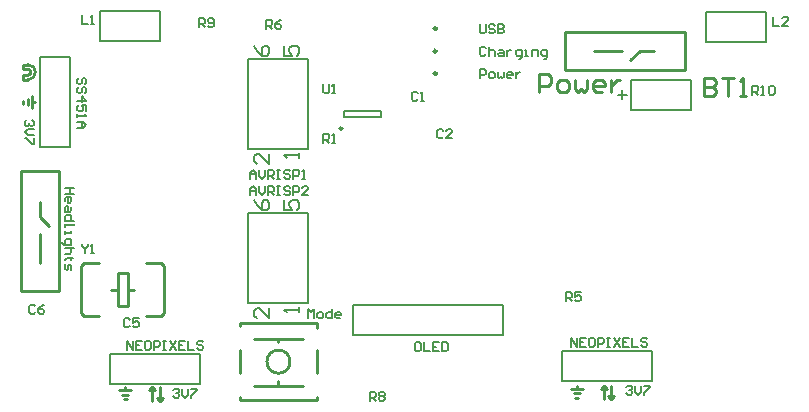
<source format=gto>
G04 Layer_Color=65535*
%FSLAX24Y24*%
%MOIN*%
G70*
G01*
G75*
%ADD20C,0.0100*%
%ADD34C,0.0098*%
%ADD35C,0.0079*%
%ADD36C,0.0070*%
%ADD37C,0.0080*%
%ADD38C,0.0059*%
D20*
X9085Y1450D02*
G03*
X9085Y1450I-385J0D01*
G01*
X350Y10850D02*
G03*
X350Y11350I0J250D01*
G01*
Y11000D02*
G03*
X350Y11200I0J100D01*
G01*
X3352Y3850D02*
Y4391D01*
X3697D01*
Y3850D02*
Y4391D01*
X3352Y3309D02*
X3697D01*
Y3850D01*
X3352Y3309D02*
Y3850D01*
X3106D02*
X3352D01*
X3697D02*
X3894D01*
X2122Y4637D02*
X2220Y4736D01*
X2122Y3063D02*
X2220Y2964D01*
X2122Y3063D02*
Y4637D01*
X2220Y4736D02*
X2713D01*
X2220Y2964D02*
X2713D01*
X4287Y4736D02*
X4780D01*
X4287Y2964D02*
X4780D01*
Y4736D02*
X4878Y4637D01*
X4780Y2964D02*
X4878Y3063D01*
Y4637D01*
X8700Y2090D02*
Y2218D01*
Y633D02*
Y791D01*
X7893Y633D02*
X9507D01*
X7893Y2218D02*
X9507D01*
X9980Y2582D02*
Y2720D01*
X7420Y2730D02*
X9970D01*
X7420Y2631D02*
Y2730D01*
Y190D02*
Y269D01*
X7430Y180D02*
X9980D01*
Y269D01*
Y1056D02*
Y1844D01*
X7420Y1056D02*
Y1844D01*
X200Y11350D02*
X350D01*
X200Y11200D02*
Y11350D01*
Y11200D02*
X350D01*
X200Y11000D02*
X350D01*
X200Y10850D02*
Y11000D01*
Y10850D02*
X350D01*
X500Y10100D02*
X600D01*
X500D02*
Y10300D01*
Y9900D02*
Y10100D01*
X350D02*
Y10200D01*
Y10000D02*
Y10100D01*
X200Y10050D02*
Y10150D01*
X3550Y200D02*
X3650D01*
X3600Y350D02*
X3700D01*
X3500D02*
X3600D01*
Y500D02*
X3800D01*
X3400D02*
X3600D01*
Y600D01*
X18600Y250D02*
X18700D01*
X18650Y400D02*
X18750D01*
X18550D02*
X18650D01*
Y550D02*
X18850D01*
X18450D02*
X18650D01*
Y650D01*
X4750Y150D02*
Y600D01*
X4650Y250D02*
X4750Y150D01*
X4850Y250D01*
X4400Y500D02*
X4500Y600D01*
X4600Y500D01*
X4500Y150D02*
Y600D01*
X19550Y200D02*
Y650D01*
X19650Y550D01*
X19450D02*
X19550Y650D01*
X19800Y200D02*
X19900Y300D01*
X19700D02*
X19800Y200D01*
Y650D01*
X18258Y11160D02*
Y12440D01*
Y11160D02*
X22244D01*
X18258Y12440D02*
X22244D01*
Y11160D02*
Y12440D01*
X19203Y11790D02*
X19715D01*
X20738Y11810D02*
X21220D01*
X20433Y11505D02*
X20738Y11810D01*
X19715Y11790D02*
X20148D01*
X110Y3808D02*
X1390D01*
Y7794D01*
X110Y3808D02*
Y7794D01*
X1390D01*
X760Y4753D02*
Y5265D01*
X740Y6288D02*
Y6770D01*
Y6288D02*
X1045Y5983D01*
X760Y5265D02*
Y5698D01*
X22900Y10900D02*
Y10300D01*
X23200D01*
X23300Y10400D01*
Y10500D01*
X23200Y10600D01*
X22900D01*
X23200D01*
X23300Y10700D01*
Y10800D01*
X23200Y10900D01*
X22900D01*
X23500D02*
X23900D01*
X23700D01*
Y10300D01*
X24100D02*
X24300D01*
X24200D01*
Y10900D01*
X24100Y10800D01*
X17400Y10450D02*
Y11050D01*
X17700D01*
X17800Y10950D01*
Y10750D01*
X17700Y10650D01*
X17400D01*
X18100Y10450D02*
X18300D01*
X18400Y10550D01*
Y10750D01*
X18300Y10850D01*
X18100D01*
X18000Y10750D01*
Y10550D01*
X18100Y10450D01*
X18600Y10850D02*
Y10550D01*
X18700Y10450D01*
X18800Y10550D01*
X18900Y10450D01*
X18999Y10550D01*
Y10850D01*
X19499Y10450D02*
X19299D01*
X19199Y10550D01*
Y10750D01*
X19299Y10850D01*
X19499D01*
X19599Y10750D01*
Y10650D01*
X19199D01*
X19799Y10850D02*
Y10450D01*
Y10650D01*
X19899Y10750D01*
X19999Y10850D01*
X20099D01*
D34*
X13975Y11800D02*
G03*
X13975Y11800I-49J0D01*
G01*
Y11050D02*
G03*
X13975Y11050I-49J0D01*
G01*
X10831Y9228D02*
G03*
X10831Y9228I-49J0D01*
G01*
X13975Y12550D02*
G03*
X13975Y12550I-49J0D01*
G01*
D35*
X11200Y2350D02*
Y3350D01*
X16200D01*
X11200Y2350D02*
X16200D01*
Y3350D01*
X9700Y9633D02*
Y11550D01*
Y8550D02*
Y11550D01*
X7700Y8550D02*
Y11550D01*
Y8550D02*
X9700D01*
X7700Y11550D02*
X9700D01*
Y4483D02*
Y6400D01*
Y3400D02*
Y6400D01*
X7700Y3400D02*
Y6400D01*
Y3400D02*
X9700D01*
X7700Y6400D02*
X9700D01*
X22450Y9850D02*
Y10850D01*
X20450Y9850D02*
X22450D01*
X20450D02*
Y10850D01*
X22450D01*
X2750Y13150D02*
X4750D01*
X2750Y12150D02*
Y13150D01*
Y12150D02*
X4750D01*
Y13150D01*
X22950Y13100D02*
X24950D01*
X22950Y12100D02*
Y13100D01*
Y12100D02*
X24950D01*
Y13100D01*
X750Y8600D02*
X1750D01*
X750D02*
Y11600D01*
X1750D01*
Y8600D02*
Y11600D01*
X6100Y700D02*
Y1700D01*
X3100Y700D02*
X6100D01*
X3100D02*
Y1700D01*
X6100D01*
X21150Y800D02*
Y1800D01*
X18150Y800D02*
X21150D01*
X18150D02*
Y1800D01*
X21150D01*
X10890Y9798D02*
X12110D01*
X10890Y9602D02*
X12110D01*
Y9798D01*
X10890Y9602D02*
Y9798D01*
D36*
X600Y3300D02*
X550Y3350D01*
X450D01*
X400Y3300D01*
Y3100D01*
X450Y3050D01*
X550D01*
X600Y3100D01*
X900Y3350D02*
X800Y3300D01*
X700Y3200D01*
Y3100D01*
X750Y3050D01*
X850D01*
X900Y3100D01*
Y3150D01*
X850Y3200D01*
X700D01*
X3750Y2850D02*
X3700Y2900D01*
X3600D01*
X3550Y2850D01*
Y2650D01*
X3600Y2600D01*
X3700D01*
X3750Y2650D01*
X4050Y2900D02*
X3850D01*
Y2750D01*
X3950Y2800D01*
X4000D01*
X4050Y2750D01*
Y2650D01*
X4000Y2600D01*
X3900D01*
X3850Y2650D01*
X2140Y5360D02*
Y5310D01*
X2240Y5210D01*
X2340Y5310D01*
Y5360D01*
X2240Y5210D02*
Y5060D01*
X2440D02*
X2540D01*
X2490D01*
Y5360D01*
X2440Y5310D01*
X13400Y2100D02*
X13300D01*
X13250Y2050D01*
Y1850D01*
X13300Y1800D01*
X13400D01*
X13450Y1850D01*
Y2050D01*
X13400Y2100D01*
X13550D02*
Y1800D01*
X13750D01*
X14050Y2100D02*
X13850D01*
Y1800D01*
X14050D01*
X13850Y1950D02*
X13950D01*
X14150Y2100D02*
Y1800D01*
X14300D01*
X14350Y1850D01*
Y2050D01*
X14300Y2100D01*
X14150D01*
X7750Y7550D02*
Y7750D01*
X7850Y7850D01*
X7950Y7750D01*
Y7550D01*
Y7700D01*
X7750D01*
X8050Y7850D02*
Y7650D01*
X8150Y7550D01*
X8250Y7650D01*
Y7850D01*
X8350Y7550D02*
Y7850D01*
X8500D01*
X8550Y7800D01*
Y7700D01*
X8500Y7650D01*
X8350D01*
X8450D02*
X8550Y7550D01*
X8650Y7850D02*
X8750D01*
X8700D01*
Y7550D01*
X8650D01*
X8750D01*
X9100Y7800D02*
X9050Y7850D01*
X8950D01*
X8900Y7800D01*
Y7750D01*
X8950Y7700D01*
X9050D01*
X9100Y7650D01*
Y7600D01*
X9050Y7550D01*
X8950D01*
X8900Y7600D01*
X9200Y7550D02*
Y7850D01*
X9349D01*
X9399Y7800D01*
Y7700D01*
X9349Y7650D01*
X9200D01*
X9499Y7550D02*
X9599D01*
X9549D01*
Y7850D01*
X9499Y7800D01*
X7750Y7000D02*
Y7200D01*
X7850Y7300D01*
X7950Y7200D01*
Y7000D01*
Y7150D01*
X7750D01*
X8050Y7300D02*
Y7100D01*
X8150Y7000D01*
X8250Y7100D01*
Y7300D01*
X8350Y7000D02*
Y7300D01*
X8500D01*
X8550Y7250D01*
Y7150D01*
X8500Y7100D01*
X8350D01*
X8450D02*
X8550Y7000D01*
X8650Y7300D02*
X8750D01*
X8700D01*
Y7000D01*
X8650D01*
X8750D01*
X9100Y7250D02*
X9050Y7300D01*
X8950D01*
X8900Y7250D01*
Y7200D01*
X8950Y7150D01*
X9050D01*
X9100Y7100D01*
Y7050D01*
X9050Y7000D01*
X8950D01*
X8900Y7050D01*
X9200Y7000D02*
Y7300D01*
X9349D01*
X9399Y7250D01*
Y7150D01*
X9349Y7100D01*
X9200D01*
X9699Y7000D02*
X9499D01*
X9699Y7200D01*
Y7250D01*
X9649Y7300D01*
X9549D01*
X9499Y7250D01*
X13350Y10400D02*
X13300Y10450D01*
X13200D01*
X13150Y10400D01*
Y10200D01*
X13200Y10150D01*
X13300D01*
X13350Y10200D01*
X13450Y10150D02*
X13550D01*
X13500D01*
Y10450D01*
X13450Y10400D01*
X14200Y9150D02*
X14150Y9200D01*
X14050D01*
X14000Y9150D01*
Y8950D01*
X14050Y8900D01*
X14150D01*
X14200Y8950D01*
X14500Y8900D02*
X14300D01*
X14500Y9100D01*
Y9150D01*
X14450Y9200D01*
X14350D01*
X14300Y9150D01*
X15615Y11900D02*
X15565Y11950D01*
X15465D01*
X15415Y11900D01*
Y11700D01*
X15465Y11650D01*
X15565D01*
X15615Y11700D01*
X15715Y11950D02*
Y11650D01*
Y11800D01*
X15765Y11850D01*
X15865D01*
X15915Y11800D01*
Y11650D01*
X16065Y11850D02*
X16165D01*
X16215Y11800D01*
Y11650D01*
X16065D01*
X16015Y11700D01*
X16065Y11750D01*
X16215D01*
X16315Y11850D02*
Y11650D01*
Y11750D01*
X16365Y11800D01*
X16415Y11850D01*
X16465D01*
X16715Y11550D02*
X16765D01*
X16815Y11600D01*
Y11850D01*
X16665D01*
X16615Y11800D01*
Y11700D01*
X16665Y11650D01*
X16815D01*
X16914D02*
X17014D01*
X16964D01*
Y11850D01*
X16914D01*
X17164Y11650D02*
Y11850D01*
X17314D01*
X17364Y11800D01*
Y11650D01*
X17564Y11550D02*
X17614D01*
X17664Y11600D01*
Y11850D01*
X17514D01*
X17464Y11800D01*
Y11700D01*
X17514Y11650D01*
X17664D01*
X15415Y10900D02*
Y11200D01*
X15565D01*
X15615Y11150D01*
Y11050D01*
X15565Y11000D01*
X15415D01*
X15765Y10900D02*
X15865D01*
X15915Y10950D01*
Y11050D01*
X15865Y11100D01*
X15765D01*
X15715Y11050D01*
Y10950D01*
X15765Y10900D01*
X16015Y11100D02*
Y10950D01*
X16065Y10900D01*
X16115Y10950D01*
X16165Y10900D01*
X16215Y10950D01*
Y11100D01*
X16465Y10900D02*
X16365D01*
X16315Y10950D01*
Y11050D01*
X16365Y11100D01*
X16465D01*
X16515Y11050D01*
Y11000D01*
X16315D01*
X16615Y11100D02*
Y10900D01*
Y11000D01*
X16665Y11050D01*
X16715Y11100D01*
X16765D01*
X2250Y10700D02*
X2300Y10750D01*
Y10850D01*
X2250Y10900D01*
X2200D01*
X2150Y10850D01*
Y10750D01*
X2100Y10700D01*
X2050D01*
X2000Y10750D01*
Y10850D01*
X2050Y10900D01*
X2250Y10400D02*
X2300Y10450D01*
Y10550D01*
X2250Y10600D01*
X2200D01*
X2150Y10550D01*
Y10450D01*
X2100Y10400D01*
X2050D01*
X2000Y10450D01*
Y10550D01*
X2050Y10600D01*
X2000Y10150D02*
X2300D01*
X2150Y10300D01*
Y10100D01*
X2300Y9800D02*
Y10000D01*
X2150D01*
X2200Y9900D01*
Y9850D01*
X2150Y9800D01*
X2050D01*
X2000Y9850D01*
Y9950D01*
X2050Y10000D01*
X2000Y9700D02*
Y9600D01*
Y9650D01*
X2300D01*
X2250Y9700D01*
X2000Y9450D02*
X2200D01*
X2300Y9351D01*
X2200Y9251D01*
X2000D01*
X2150D01*
Y9450D01*
X3650Y1850D02*
Y2150D01*
X3850Y1850D01*
Y2150D01*
X4150D02*
X3950D01*
Y1850D01*
X4150D01*
X3950Y2000D02*
X4050D01*
X4400Y2150D02*
X4300D01*
X4250Y2100D01*
Y1900D01*
X4300Y1850D01*
X4400D01*
X4450Y1900D01*
Y2100D01*
X4400Y2150D01*
X4550Y1850D02*
Y2150D01*
X4700D01*
X4750Y2100D01*
Y2000D01*
X4700Y1950D01*
X4550D01*
X4850Y2150D02*
X4950D01*
X4900D01*
Y1850D01*
X4850D01*
X4950D01*
X5100Y2150D02*
X5299Y1850D01*
Y2150D02*
X5100Y1850D01*
X5599Y2150D02*
X5399D01*
Y1850D01*
X5599D01*
X5399Y2000D02*
X5499D01*
X5699Y2150D02*
Y1850D01*
X5899D01*
X6199Y2100D02*
X6149Y2150D01*
X6049D01*
X5999Y2100D01*
Y2050D01*
X6049Y2000D01*
X6149D01*
X6199Y1950D01*
Y1900D01*
X6149Y1850D01*
X6049D01*
X5999Y1900D01*
X18450Y1950D02*
Y2250D01*
X18650Y1950D01*
Y2250D01*
X18950D02*
X18750D01*
Y1950D01*
X18950D01*
X18750Y2100D02*
X18850D01*
X19200Y2250D02*
X19100D01*
X19050Y2200D01*
Y2000D01*
X19100Y1950D01*
X19200D01*
X19250Y2000D01*
Y2200D01*
X19200Y2250D01*
X19350Y1950D02*
Y2250D01*
X19500D01*
X19550Y2200D01*
Y2100D01*
X19500Y2050D01*
X19350D01*
X19650Y2250D02*
X19750D01*
X19700D01*
Y1950D01*
X19650D01*
X19750D01*
X19900Y2250D02*
X20099Y1950D01*
Y2250D02*
X19900Y1950D01*
X20399Y2250D02*
X20199D01*
Y1950D01*
X20399D01*
X20199Y2100D02*
X20299D01*
X20499Y2250D02*
Y1950D01*
X20699D01*
X20999Y2200D02*
X20949Y2250D01*
X20849D01*
X20799Y2200D01*
Y2150D01*
X20849Y2100D01*
X20949D01*
X20999Y2050D01*
Y2000D01*
X20949Y1950D01*
X20849D01*
X20799Y2000D01*
X10200Y8750D02*
Y9050D01*
X10350D01*
X10400Y9000D01*
Y8900D01*
X10350Y8850D01*
X10200D01*
X10300D02*
X10400Y8750D01*
X10500D02*
X10600D01*
X10550D01*
Y9050D01*
X10500Y9000D01*
X18280Y3460D02*
Y3760D01*
X18430D01*
X18480Y3710D01*
Y3610D01*
X18430Y3560D01*
X18280D01*
X18380D02*
X18480Y3460D01*
X18780Y3760D02*
X18580D01*
Y3610D01*
X18680Y3660D01*
X18730D01*
X18780Y3610D01*
Y3510D01*
X18730Y3460D01*
X18630D01*
X18580Y3510D01*
X8300Y12550D02*
Y12850D01*
X8450D01*
X8500Y12800D01*
Y12700D01*
X8450Y12650D01*
X8300D01*
X8400D02*
X8500Y12550D01*
X8800Y12850D02*
X8700Y12800D01*
X8600Y12700D01*
Y12600D01*
X8650Y12550D01*
X8750D01*
X8800Y12600D01*
Y12650D01*
X8750Y12700D01*
X8600D01*
X10200Y10700D02*
Y10450D01*
X10250Y10400D01*
X10350D01*
X10400Y10450D01*
Y10700D01*
X10500Y10400D02*
X10600D01*
X10550D01*
Y10700D01*
X10500Y10650D01*
X15415Y12700D02*
Y12450D01*
X15465Y12400D01*
X15565D01*
X15615Y12450D01*
Y12700D01*
X15915Y12650D02*
X15865Y12700D01*
X15765D01*
X15715Y12650D01*
Y12600D01*
X15765Y12550D01*
X15865D01*
X15915Y12500D01*
Y12450D01*
X15865Y12400D01*
X15765D01*
X15715Y12450D01*
X16015Y12700D02*
Y12400D01*
X16165D01*
X16215Y12450D01*
Y12500D01*
X16165Y12550D01*
X16015D01*
X16165D01*
X16215Y12600D01*
Y12650D01*
X16165Y12700D01*
X16015D01*
X9700Y2900D02*
Y3200D01*
X9800Y3100D01*
X9900Y3200D01*
Y2900D01*
X10050D02*
X10150D01*
X10200Y2950D01*
Y3050D01*
X10150Y3100D01*
X10050D01*
X10000Y3050D01*
Y2950D01*
X10050Y2900D01*
X10500Y3200D02*
Y2900D01*
X10350D01*
X10300Y2950D01*
Y3050D01*
X10350Y3100D01*
X10500D01*
X10750Y2900D02*
X10650D01*
X10600Y2950D01*
Y3050D01*
X10650Y3100D01*
X10750D01*
X10800Y3050D01*
Y3000D01*
X10600D01*
X11750Y150D02*
Y450D01*
X11900D01*
X11950Y400D01*
Y300D01*
X11900Y250D01*
X11750D01*
X11850D02*
X11950Y150D01*
X12050Y400D02*
X12100Y450D01*
X12200D01*
X12250Y400D01*
Y350D01*
X12200Y300D01*
X12250Y250D01*
Y200D01*
X12200Y150D01*
X12100D01*
X12050Y200D01*
Y250D01*
X12100Y300D01*
X12050Y350D01*
Y400D01*
X12100Y300D02*
X12200D01*
X2150Y13000D02*
Y12700D01*
X2350D01*
X2450D02*
X2550D01*
X2500D01*
Y13000D01*
X2450Y12950D01*
X25200Y12950D02*
Y12650D01*
X25400D01*
X25700D02*
X25500D01*
X25700Y12850D01*
Y12900D01*
X25650Y12950D01*
X25550D01*
X25500Y12900D01*
X6050Y12600D02*
Y12900D01*
X6200D01*
X6250Y12850D01*
Y12750D01*
X6200Y12700D01*
X6050D01*
X6150D02*
X6250Y12600D01*
X6350Y12650D02*
X6400Y12600D01*
X6500D01*
X6550Y12650D01*
Y12850D01*
X6500Y12900D01*
X6400D01*
X6350Y12850D01*
Y12800D01*
X6400Y12750D01*
X6550D01*
X24500Y10350D02*
Y10650D01*
X24650D01*
X24700Y10600D01*
Y10500D01*
X24650Y10450D01*
X24500D01*
X24600D02*
X24700Y10350D01*
X24800D02*
X24900D01*
X24850D01*
Y10650D01*
X24800Y10600D01*
X25050D02*
X25100Y10650D01*
X25200D01*
X25250Y10600D01*
Y10400D01*
X25200Y10350D01*
X25100D01*
X25050Y10400D01*
Y10600D01*
X1900Y7250D02*
X1600D01*
X1750D01*
Y7050D01*
X1900D01*
X1600D01*
Y6800D02*
Y6900D01*
X1650Y6950D01*
X1750D01*
X1800Y6900D01*
Y6800D01*
X1750Y6750D01*
X1700D01*
Y6950D01*
X1800Y6600D02*
Y6500D01*
X1750Y6450D01*
X1600D01*
Y6600D01*
X1650Y6650D01*
X1700Y6600D01*
Y6450D01*
X1900Y6150D02*
X1600D01*
Y6300D01*
X1650Y6350D01*
X1750D01*
X1800Y6300D01*
Y6150D01*
X1600Y6050D02*
Y5950D01*
Y6000D01*
X1900D01*
Y6050D01*
X1600Y5800D02*
Y5701D01*
Y5750D01*
X1800D01*
Y5800D01*
X1500Y5451D02*
Y5401D01*
X1550Y5351D01*
X1800D01*
Y5501D01*
X1750Y5551D01*
X1650D01*
X1600Y5501D01*
Y5351D01*
X1900Y5251D02*
X1600D01*
X1750D01*
X1800Y5201D01*
Y5101D01*
X1750Y5051D01*
X1600D01*
X1850Y4901D02*
X1800D01*
Y4951D01*
Y4851D01*
Y4901D01*
X1650D01*
X1600Y4851D01*
Y4701D02*
Y4551D01*
X1650Y4501D01*
X1700Y4551D01*
Y4651D01*
X1750Y4701D01*
X1800Y4651D01*
Y4501D01*
X500Y9500D02*
X550Y9450D01*
Y9350D01*
X500Y9300D01*
X450D01*
X400Y9350D01*
Y9400D01*
Y9350D01*
X350Y9300D01*
X300D01*
X250Y9350D01*
Y9450D01*
X300Y9500D01*
X550Y9200D02*
X350D01*
X250Y9100D01*
X350Y9000D01*
X550D01*
Y8900D02*
Y8700D01*
X500D01*
X300Y8900D01*
X250D01*
X5200Y500D02*
X5250Y550D01*
X5350D01*
X5400Y500D01*
Y450D01*
X5350Y400D01*
X5300D01*
X5350D01*
X5400Y350D01*
Y300D01*
X5350Y250D01*
X5250D01*
X5200Y300D01*
X5500Y550D02*
Y350D01*
X5600Y250D01*
X5700Y350D01*
Y550D01*
X5800D02*
X6000D01*
Y500D01*
X5800Y300D01*
Y250D01*
X20300Y600D02*
X20350Y650D01*
X20450D01*
X20500Y600D01*
Y550D01*
X20450Y500D01*
X20400D01*
X20450D01*
X20500Y450D01*
Y400D01*
X20450Y350D01*
X20350D01*
X20300Y400D01*
X20600Y650D02*
Y450D01*
X20700Y350D01*
X20800Y450D01*
Y650D01*
X20900D02*
X21100D01*
Y600D01*
X20900Y400D01*
Y350D01*
D37*
X9400Y8250D02*
Y8417D01*
Y8333D01*
X8900D01*
X8983Y8250D01*
X8400Y8383D02*
Y8050D01*
X8067Y8383D01*
X7983D01*
X7900Y8300D01*
Y8133D01*
X7983Y8050D01*
X8900Y11983D02*
Y11650D01*
X9150D01*
X9067Y11817D01*
Y11900D01*
X9150Y11983D01*
X9317D01*
X9400Y11900D01*
Y11733D01*
X9317Y11650D01*
X7900Y11983D02*
X7983Y11817D01*
X8150Y11650D01*
X8317D01*
X8400Y11733D01*
Y11900D01*
X8317Y11983D01*
X8233D01*
X8150Y11900D01*
Y11650D01*
X9400Y3100D02*
Y3267D01*
Y3183D01*
X8900D01*
X8983Y3100D01*
X8400Y3233D02*
Y2900D01*
X8067Y3233D01*
X7983D01*
X7900Y3150D01*
Y2983D01*
X7983Y2900D01*
X8900Y6833D02*
Y6500D01*
X9150D01*
X9067Y6667D01*
Y6750D01*
X9150Y6833D01*
X9317D01*
X9400Y6750D01*
Y6583D01*
X9317Y6500D01*
X7900Y6833D02*
X7983Y6667D01*
X8150Y6500D01*
X8317D01*
X8400Y6583D01*
Y6750D01*
X8317Y6833D01*
X8233D01*
X8150Y6750D01*
Y6500D01*
D38*
X20005Y10349D02*
X20307D01*
X20156Y10500D02*
Y10198D01*
M02*

</source>
